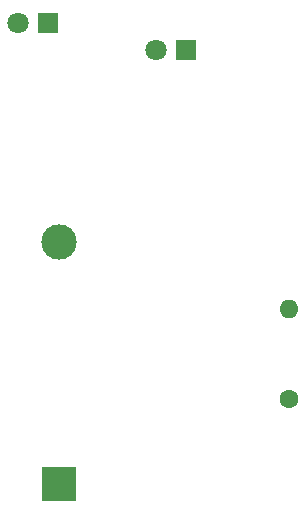
<source format=gbr>
%TF.GenerationSoftware,KiCad,Pcbnew,9.0.6*%
%TF.CreationDate,2025-12-18T11:45:50-05:00*%
%TF.ProjectId,seal_project,7365616c-5f70-4726-9f6a-6563742e6b69,rev?*%
%TF.SameCoordinates,Original*%
%TF.FileFunction,Copper,L1,Top*%
%TF.FilePolarity,Positive*%
%FSLAX46Y46*%
G04 Gerber Fmt 4.6, Leading zero omitted, Abs format (unit mm)*
G04 Created by KiCad (PCBNEW 9.0.6) date 2025-12-18 11:45:50*
%MOMM*%
%LPD*%
G01*
G04 APERTURE LIST*
%TA.AperFunction,ComponentPad*%
%ADD10R,3.000000X3.000000*%
%TD*%
%TA.AperFunction,ComponentPad*%
%ADD11C,3.000000*%
%TD*%
%TA.AperFunction,ComponentPad*%
%ADD12R,1.800000X1.800000*%
%TD*%
%TA.AperFunction,ComponentPad*%
%ADD13C,1.800000*%
%TD*%
%TA.AperFunction,ComponentPad*%
%ADD14C,1.600000*%
%TD*%
%TA.AperFunction,ComponentPad*%
%ADD15O,1.600000X1.600000*%
%TD*%
G04 APERTURE END LIST*
D10*
%TO.P,BT1,1,+*%
%TO.N,Net-(BT1-+)*%
X133500000Y-109990000D03*
D11*
%TO.P,BT1,2,-*%
%TO.N,Net-(BT1--)*%
X133500000Y-89500000D03*
%TD*%
D12*
%TO.P,D2,1,K*%
%TO.N,Net-(D1-A)*%
X144270253Y-73219916D03*
D13*
%TO.P,D2,2,A*%
%TO.N,Net-(D2-A)*%
X141730253Y-73219916D03*
%TD*%
D12*
%TO.P,D1,1,K*%
%TO.N,Net-(BT1--)*%
X132588000Y-70952000D03*
D13*
%TO.P,D1,2,A*%
%TO.N,Net-(D1-A)*%
X130048000Y-70952000D03*
%TD*%
D14*
%TO.P,R1,1*%
%TO.N,Net-(SW1-B)*%
X153000000Y-102810000D03*
D15*
%TO.P,R1,2*%
%TO.N,Net-(D2-A)*%
X153000000Y-95190000D03*
%TD*%
M02*

</source>
